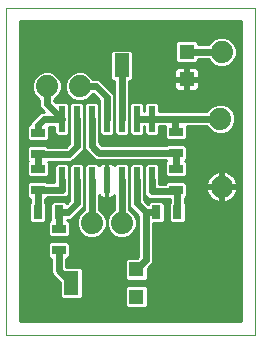
<source format=gtl>
G75*
G70*
%OFA0B0*%
%FSLAX24Y24*%
%IPPOS*%
%LPD*%
%AMOC8*
5,1,8,0,0,1.08239X$1,22.5*
%
%ADD10C,0.0000*%
%ADD11C,0.0740*%
%ADD12R,0.0472X0.0315*%
%ADD13R,0.0236X0.0866*%
%ADD14R,0.0315X0.0472*%
%ADD15R,0.0512X0.0512*%
%ADD16R,0.0512X0.0787*%
%ADD17C,0.0240*%
%ADD18C,0.0100*%
D10*
X001130Y001650D02*
X001130Y012546D01*
X009410Y012546D01*
X009410Y001650D01*
X001130Y001650D01*
D11*
X003980Y005380D03*
X004980Y005380D03*
X008260Y008850D03*
X008310Y011080D03*
X008310Y006590D03*
X003580Y009930D03*
X002480Y009930D03*
D12*
X002180Y008384D03*
X002180Y007676D03*
X002180Y007184D03*
X002180Y006476D03*
X002880Y005184D03*
X002880Y004476D03*
X006780Y006476D03*
X006780Y007184D03*
X006780Y007716D03*
X006780Y008424D03*
D13*
X005980Y008854D03*
X005480Y008854D03*
X004980Y008854D03*
X004480Y008854D03*
X003980Y008854D03*
X003480Y008854D03*
X002980Y008854D03*
X002980Y006806D03*
X003480Y006806D03*
X003980Y006806D03*
X004480Y006806D03*
X004980Y006806D03*
X005480Y006806D03*
X005980Y006806D03*
D14*
X006126Y005730D03*
X006834Y005730D03*
X002884Y005730D03*
X002176Y005730D03*
D15*
X005463Y003833D03*
X005463Y002927D03*
X007143Y010177D03*
X007143Y011083D03*
D16*
X004977Y010630D03*
X003297Y003380D03*
D17*
X002880Y003797D01*
X002880Y004476D01*
X002880Y005184D02*
X002884Y005189D01*
X002884Y005730D01*
X003180Y005730D01*
X003480Y006030D01*
X003480Y006806D01*
X002980Y006806D02*
X002980Y006480D01*
X002180Y006480D01*
X002180Y006476D01*
X002180Y005734D01*
X002176Y005730D01*
X002180Y007184D02*
X002180Y007676D01*
X003226Y007676D01*
X003480Y007930D01*
X003480Y008854D01*
X002980Y008854D02*
X002956Y008830D01*
X002380Y008830D01*
X002180Y008630D01*
X002180Y008384D01*
X002980Y008854D02*
X002480Y009354D01*
X002480Y009930D01*
X003580Y009930D02*
X004130Y009930D01*
X004480Y009580D01*
X004480Y008854D01*
X003980Y008854D02*
X003980Y007960D01*
X004070Y007870D01*
X004070Y007860D01*
X004210Y007720D01*
X006776Y007720D01*
X006780Y007716D01*
X006780Y007184D01*
X006780Y006476D02*
X006834Y006476D01*
X006880Y006430D01*
X005980Y006430D01*
X005980Y006806D01*
X005480Y006806D02*
X005480Y006030D01*
X005780Y005730D01*
X005780Y004150D01*
X005463Y003833D01*
X004980Y005380D02*
X004980Y006806D01*
X003980Y006806D02*
X003980Y005380D01*
X005780Y005730D02*
X006126Y005730D01*
X006834Y005730D02*
X006834Y006421D01*
X006780Y006476D01*
X006780Y008424D02*
X006760Y008424D01*
X006760Y008854D01*
X008256Y008854D01*
X008260Y008850D01*
X006760Y008854D02*
X005980Y008854D01*
X005480Y008854D01*
X004980Y008854D02*
X004980Y010630D01*
X004977Y010630D01*
X007143Y011083D02*
X008307Y011083D01*
X008310Y011080D01*
D18*
X007978Y010705D02*
X007460Y010705D01*
X007452Y010697D02*
X007529Y010773D01*
X007529Y010833D01*
X007871Y010833D01*
X007886Y010797D01*
X008027Y010656D01*
X008211Y010580D01*
X008409Y010580D01*
X008593Y010656D01*
X008734Y010797D01*
X008810Y010981D01*
X008810Y011179D01*
X008734Y011363D01*
X008593Y011504D01*
X008409Y011580D01*
X008211Y011580D01*
X008027Y011504D01*
X007886Y011363D01*
X007873Y011333D01*
X007529Y011333D01*
X007529Y011393D01*
X007452Y011469D01*
X006833Y011469D01*
X006757Y011393D01*
X006757Y010773D01*
X006833Y010697D01*
X007452Y010697D01*
X007418Y010583D02*
X007193Y010583D01*
X007193Y010227D01*
X007549Y010227D01*
X007549Y010453D01*
X007538Y010491D01*
X007519Y010525D01*
X007491Y010553D01*
X007456Y010573D01*
X007418Y010583D01*
X007529Y010508D02*
X008960Y010508D01*
X008960Y010606D02*
X008472Y010606D01*
X008642Y010705D02*
X008960Y010705D01*
X008960Y010803D02*
X008736Y010803D01*
X008777Y010902D02*
X008960Y010902D01*
X008960Y011000D02*
X008810Y011000D01*
X008810Y011099D02*
X008960Y011099D01*
X008960Y011197D02*
X008803Y011197D01*
X008762Y011296D02*
X008960Y011296D01*
X008960Y011394D02*
X008703Y011394D01*
X008605Y011493D02*
X008960Y011493D01*
X008960Y011591D02*
X001580Y011591D01*
X001580Y011493D02*
X008015Y011493D01*
X007917Y011394D02*
X007527Y011394D01*
X007529Y010803D02*
X007884Y010803D01*
X008148Y010606D02*
X005363Y010606D01*
X005363Y010508D02*
X006757Y010508D01*
X006767Y010525D02*
X006747Y010491D01*
X006737Y010453D01*
X006737Y010227D01*
X007093Y010227D01*
X007093Y010127D01*
X007193Y010127D01*
X007193Y010227D01*
X007093Y010227D01*
X007093Y010583D01*
X006867Y010583D01*
X006829Y010573D01*
X006795Y010553D01*
X006767Y010525D01*
X006737Y010409D02*
X005363Y010409D01*
X005363Y010311D02*
X006737Y010311D01*
X006737Y010127D02*
X006737Y009902D01*
X006747Y009863D01*
X006767Y009829D01*
X006795Y009801D01*
X006829Y009782D01*
X006867Y009771D01*
X007093Y009771D01*
X007093Y010127D01*
X006737Y010127D01*
X006737Y010114D02*
X005294Y010114D01*
X005287Y010106D02*
X005363Y010182D01*
X005363Y011078D01*
X005287Y011154D01*
X004668Y011154D01*
X004591Y011078D01*
X004591Y010182D01*
X004668Y010106D01*
X004730Y010106D01*
X004730Y008804D01*
X004730Y009630D01*
X004692Y009722D01*
X004622Y009792D01*
X004272Y010142D01*
X004180Y010180D01*
X004018Y010180D01*
X004004Y010213D01*
X003863Y010354D01*
X003679Y010430D01*
X003481Y010430D01*
X003297Y010354D01*
X003156Y010213D01*
X003080Y010029D01*
X003080Y009831D01*
X003156Y009647D01*
X003297Y009506D01*
X003481Y009430D01*
X003679Y009430D01*
X003863Y009506D01*
X004004Y009647D01*
X004018Y009680D01*
X004026Y009680D01*
X004230Y009476D01*
X004230Y008804D01*
X004232Y008799D01*
X004232Y008367D01*
X004308Y008291D01*
X004652Y008291D01*
X004728Y008367D01*
X004728Y008799D01*
X004730Y008804D01*
X004732Y008799D01*
X004732Y008367D01*
X004808Y008291D01*
X005152Y008291D01*
X005228Y008367D01*
X005228Y008799D01*
X005230Y008804D01*
X005232Y008799D01*
X005232Y008367D01*
X005308Y008291D01*
X005652Y008291D01*
X005728Y008367D01*
X005728Y008604D01*
X005732Y008604D01*
X005732Y008367D01*
X005808Y008291D01*
X006152Y008291D01*
X006228Y008367D01*
X006228Y008604D01*
X006414Y008604D01*
X006414Y008213D01*
X006490Y008137D01*
X007070Y008137D01*
X007146Y008213D01*
X007146Y008604D01*
X007821Y008604D01*
X007836Y008567D01*
X007977Y008426D01*
X008161Y008350D01*
X008359Y008350D01*
X008543Y008426D01*
X008684Y008567D01*
X008760Y008751D01*
X008760Y008949D01*
X008684Y009133D01*
X008543Y009274D01*
X008359Y009350D01*
X008161Y009350D01*
X007977Y009274D01*
X007836Y009133D01*
X007824Y009104D01*
X006228Y009104D01*
X006228Y009341D01*
X006152Y009417D01*
X005808Y009417D01*
X005732Y009341D01*
X005732Y009104D01*
X005728Y009104D01*
X005728Y009341D01*
X005652Y009417D01*
X005308Y009417D01*
X005232Y009341D01*
X005232Y008908D01*
X005230Y008903D01*
X005230Y008804D01*
X005230Y010106D01*
X005287Y010106D01*
X005230Y010015D02*
X006737Y010015D01*
X006737Y009917D02*
X005230Y009917D01*
X005230Y009818D02*
X006778Y009818D01*
X007093Y009818D02*
X007193Y009818D01*
X007193Y009771D02*
X007418Y009771D01*
X007456Y009782D01*
X007491Y009801D01*
X007519Y009829D01*
X007538Y009863D01*
X007549Y009902D01*
X007549Y010127D01*
X007193Y010127D01*
X007193Y009771D01*
X007193Y009917D02*
X007093Y009917D01*
X007093Y010015D02*
X007193Y010015D01*
X007193Y010114D02*
X007093Y010114D01*
X007093Y010212D02*
X005363Y010212D01*
X005363Y010705D02*
X006825Y010705D01*
X006757Y010803D02*
X005363Y010803D01*
X005363Y010902D02*
X006757Y010902D01*
X006757Y011000D02*
X005363Y011000D01*
X005342Y011099D02*
X006757Y011099D01*
X006757Y011197D02*
X001580Y011197D01*
X001580Y011099D02*
X004612Y011099D01*
X004591Y011000D02*
X001580Y011000D01*
X001580Y010902D02*
X004591Y010902D01*
X004591Y010803D02*
X001580Y010803D01*
X001580Y010705D02*
X004591Y010705D01*
X004591Y010606D02*
X001580Y010606D01*
X001580Y010508D02*
X004591Y010508D01*
X004591Y010409D02*
X003730Y010409D01*
X003907Y010311D02*
X004591Y010311D01*
X004591Y010212D02*
X004004Y010212D01*
X004300Y010114D02*
X004660Y010114D01*
X004730Y010015D02*
X004399Y010015D01*
X004497Y009917D02*
X004730Y009917D01*
X004730Y009818D02*
X004596Y009818D01*
X004693Y009720D02*
X004730Y009720D01*
X004730Y009621D02*
X004730Y009621D01*
X004730Y009523D02*
X004730Y009523D01*
X004730Y009424D02*
X004730Y009424D01*
X004730Y009326D02*
X004730Y009326D01*
X004730Y009227D02*
X004730Y009227D01*
X004730Y009129D02*
X004730Y009129D01*
X004730Y009030D02*
X004730Y009030D01*
X004730Y008932D02*
X004730Y008932D01*
X004730Y008833D02*
X004730Y008833D01*
X004728Y008735D02*
X004732Y008735D01*
X004728Y008636D02*
X004732Y008636D01*
X004728Y008538D02*
X004732Y008538D01*
X004728Y008439D02*
X004732Y008439D01*
X004758Y008341D02*
X004702Y008341D01*
X004314Y007970D02*
X004289Y007995D01*
X004282Y008012D01*
X004230Y008064D01*
X004230Y008903D01*
X004228Y008908D01*
X004228Y009341D01*
X004152Y009417D01*
X003808Y009417D01*
X003732Y009341D01*
X003732Y008908D01*
X003730Y008903D01*
X003728Y008908D01*
X003728Y009341D01*
X003652Y009417D01*
X003308Y009417D01*
X003232Y009341D01*
X003232Y008908D01*
X003230Y008903D01*
X003228Y008908D01*
X003228Y009341D01*
X003152Y009417D01*
X002808Y009417D01*
X002789Y009398D01*
X002730Y009457D01*
X002730Y009492D01*
X002763Y009506D01*
X002904Y009647D01*
X002980Y009831D01*
X002980Y010029D01*
X002904Y010213D01*
X002763Y010354D01*
X002579Y010430D01*
X002381Y010430D01*
X002197Y010354D01*
X002056Y010213D01*
X001980Y010029D01*
X001980Y009831D01*
X002056Y009647D01*
X002197Y009506D01*
X002230Y009492D01*
X002230Y009304D01*
X002268Y009212D01*
X002400Y009080D01*
X002330Y009080D01*
X002238Y009042D01*
X002168Y008972D01*
X001968Y008772D01*
X001930Y008680D01*
X001930Y008672D01*
X001890Y008672D01*
X001814Y008596D01*
X001814Y008173D01*
X001890Y008097D01*
X002470Y008097D01*
X002546Y008173D01*
X002546Y008580D01*
X002732Y008580D01*
X002732Y008367D01*
X002808Y008291D01*
X003152Y008291D01*
X003228Y008367D01*
X003228Y008799D01*
X003230Y008804D01*
X003230Y008903D01*
X003230Y008034D01*
X003122Y007926D01*
X002508Y007926D01*
X002470Y007963D01*
X001890Y007963D01*
X001814Y007887D01*
X001814Y007464D01*
X001848Y007430D01*
X001814Y007396D01*
X001814Y006973D01*
X001890Y006897D01*
X002470Y006897D01*
X002546Y006973D01*
X002546Y007396D01*
X002516Y007426D01*
X003275Y007426D01*
X003367Y007464D01*
X003622Y007718D01*
X003692Y007788D01*
X003730Y007880D01*
X003730Y008903D01*
X003730Y007910D01*
X003768Y007818D01*
X003838Y007748D01*
X003838Y007748D01*
X003851Y007735D01*
X003858Y007718D01*
X003998Y007578D01*
X004068Y007508D01*
X004160Y007470D01*
X006448Y007470D01*
X006468Y007450D01*
X006414Y007396D01*
X006414Y006973D01*
X006490Y006897D01*
X007070Y006897D01*
X007146Y006973D01*
X007146Y007396D01*
X007092Y007450D01*
X007146Y007504D01*
X007146Y007927D01*
X007070Y008003D01*
X006490Y008003D01*
X006457Y007970D01*
X004314Y007970D01*
X004249Y008045D02*
X008960Y008045D01*
X008960Y007947D02*
X007127Y007947D01*
X007146Y007848D02*
X008960Y007848D01*
X008960Y007750D02*
X007146Y007750D01*
X007146Y007651D02*
X008960Y007651D01*
X008960Y007553D02*
X007146Y007553D01*
X007096Y007454D02*
X008960Y007454D01*
X008960Y007356D02*
X007146Y007356D01*
X007146Y007257D02*
X008960Y007257D01*
X008960Y007159D02*
X007146Y007159D01*
X007146Y007060D02*
X008087Y007060D01*
X008110Y007072D02*
X008037Y007035D01*
X007971Y006987D01*
X007913Y006929D01*
X007865Y006863D01*
X007828Y006790D01*
X007803Y006712D01*
X007791Y006640D01*
X008260Y006640D01*
X008260Y007109D01*
X008188Y007097D01*
X008110Y007072D01*
X008260Y007060D02*
X008360Y007060D01*
X008360Y007109D02*
X008360Y006640D01*
X008260Y006640D01*
X008260Y006540D01*
X007791Y006540D01*
X007803Y006468D01*
X007828Y006390D01*
X007865Y006317D01*
X007913Y006251D01*
X007971Y006193D01*
X008037Y006145D01*
X008110Y006108D01*
X008188Y006083D01*
X008260Y006071D01*
X008260Y006540D01*
X008360Y006540D01*
X008360Y006640D01*
X008829Y006640D01*
X008817Y006712D01*
X008792Y006790D01*
X008755Y006863D01*
X008707Y006929D01*
X008649Y006987D01*
X008583Y007035D01*
X008510Y007072D01*
X008432Y007097D01*
X008360Y007109D01*
X008360Y006962D02*
X008260Y006962D01*
X008260Y006863D02*
X008360Y006863D01*
X008360Y006765D02*
X008260Y006765D01*
X008260Y006666D02*
X008360Y006666D01*
X008360Y006568D02*
X008960Y006568D01*
X008960Y006666D02*
X008824Y006666D01*
X008800Y006765D02*
X008960Y006765D01*
X008960Y006863D02*
X008754Y006863D01*
X008674Y006962D02*
X008960Y006962D01*
X008960Y007060D02*
X008533Y007060D01*
X008360Y006540D02*
X008829Y006540D01*
X008817Y006468D01*
X008792Y006390D01*
X008755Y006317D01*
X008707Y006251D01*
X008649Y006193D01*
X008583Y006145D01*
X008510Y006108D01*
X008432Y006083D01*
X008360Y006071D01*
X008360Y006540D01*
X008360Y006469D02*
X008260Y006469D01*
X008260Y006371D02*
X008360Y006371D01*
X008360Y006272D02*
X008260Y006272D01*
X008260Y006174D02*
X008360Y006174D01*
X008360Y006075D02*
X008260Y006075D01*
X008237Y006075D02*
X007084Y006075D01*
X007084Y006058D02*
X007084Y006202D01*
X007146Y006264D01*
X007146Y006687D01*
X007070Y006763D01*
X006490Y006763D01*
X006414Y006687D01*
X006414Y006680D01*
X006230Y006680D01*
X006230Y006856D01*
X006228Y006861D01*
X006228Y007293D01*
X006152Y007369D01*
X005808Y007369D01*
X005732Y007293D01*
X005732Y006861D01*
X005730Y006856D01*
X005730Y006380D01*
X005732Y006376D01*
X005732Y006319D01*
X005808Y006243D01*
X005813Y006243D01*
X005838Y006218D01*
X005930Y006180D01*
X006584Y006180D01*
X006584Y006058D01*
X006547Y006020D01*
X006547Y005440D01*
X006623Y005364D01*
X007046Y005364D01*
X007122Y005440D01*
X007122Y006020D01*
X007084Y006058D01*
X007122Y005977D02*
X008960Y005977D01*
X008960Y006075D02*
X008383Y006075D01*
X008621Y006174D02*
X008960Y006174D01*
X008960Y006272D02*
X008722Y006272D01*
X008782Y006371D02*
X008960Y006371D01*
X008960Y006469D02*
X008817Y006469D01*
X008960Y005878D02*
X007122Y005878D01*
X007122Y005780D02*
X008960Y005780D01*
X008960Y005681D02*
X007122Y005681D01*
X007122Y005583D02*
X008960Y005583D01*
X008960Y005484D02*
X007122Y005484D01*
X007067Y005386D02*
X008960Y005386D01*
X008960Y005287D02*
X006030Y005287D01*
X006030Y005364D02*
X006337Y005364D01*
X006413Y005440D01*
X006413Y006020D01*
X006337Y006096D01*
X005914Y006096D01*
X005841Y006023D01*
X005730Y006134D01*
X005730Y006856D01*
X005728Y006861D01*
X005728Y007293D01*
X005652Y007369D01*
X005308Y007369D01*
X005232Y007293D01*
X005232Y006861D01*
X005230Y006856D01*
X005228Y006861D01*
X005228Y007293D01*
X005152Y007369D01*
X004808Y007369D01*
X004737Y007299D01*
X004718Y007332D01*
X004690Y007359D01*
X004656Y007379D01*
X004618Y007389D01*
X004489Y007389D01*
X004489Y006815D01*
X004471Y006815D01*
X004471Y007389D01*
X004342Y007389D01*
X004304Y007379D01*
X004270Y007359D01*
X004242Y007332D01*
X004223Y007299D01*
X004152Y007369D01*
X003808Y007369D01*
X003732Y007293D01*
X003732Y006861D01*
X003730Y006856D01*
X003730Y005818D01*
X003697Y005804D01*
X003556Y005663D01*
X003480Y005479D01*
X003480Y005281D01*
X003556Y005097D01*
X003697Y004956D01*
X003881Y004880D01*
X004079Y004880D01*
X004263Y004956D01*
X004404Y005097D01*
X004480Y005281D01*
X004556Y005097D01*
X004697Y004956D01*
X004881Y004880D01*
X005079Y004880D01*
X005263Y004956D01*
X005404Y005097D01*
X005480Y005281D01*
X005480Y005479D01*
X005404Y005663D01*
X005263Y005804D01*
X005230Y005818D01*
X005230Y006856D01*
X005230Y005980D01*
X005268Y005888D01*
X005530Y005626D01*
X005530Y004254D01*
X005495Y004219D01*
X005153Y004219D01*
X005077Y004143D01*
X005077Y003523D01*
X005153Y003447D01*
X005772Y003447D01*
X005849Y003523D01*
X005849Y003865D01*
X005992Y004008D01*
X006030Y004100D01*
X006030Y005364D01*
X006030Y005189D02*
X008960Y005189D01*
X008960Y005090D02*
X006030Y005090D01*
X006030Y004992D02*
X008960Y004992D01*
X008960Y004893D02*
X006030Y004893D01*
X006030Y004795D02*
X008960Y004795D01*
X008960Y004696D02*
X006030Y004696D01*
X006030Y004598D02*
X008960Y004598D01*
X008960Y004499D02*
X006030Y004499D01*
X006030Y004401D02*
X008960Y004401D01*
X008960Y004302D02*
X006030Y004302D01*
X006030Y004204D02*
X008960Y004204D01*
X008960Y004105D02*
X006030Y004105D01*
X005990Y004007D02*
X008960Y004007D01*
X008960Y003908D02*
X005892Y003908D01*
X005849Y003810D02*
X008960Y003810D01*
X008960Y003711D02*
X005849Y003711D01*
X005849Y003613D02*
X008960Y003613D01*
X008960Y003514D02*
X005840Y003514D01*
X005772Y003313D02*
X005153Y003313D01*
X005077Y003237D01*
X005077Y002617D01*
X005153Y002541D01*
X005772Y002541D01*
X005849Y002617D01*
X005849Y003237D01*
X005772Y003313D01*
X005849Y003219D02*
X008960Y003219D01*
X008960Y003317D02*
X003683Y003317D01*
X003683Y003219D02*
X005077Y003219D01*
X005077Y003120D02*
X003683Y003120D01*
X003683Y003022D02*
X005077Y003022D01*
X005077Y002923D02*
X003674Y002923D01*
X003683Y002932D02*
X003683Y003828D01*
X003607Y003904D01*
X003130Y003904D01*
X003130Y004188D01*
X003170Y004188D01*
X003246Y004264D01*
X003246Y004687D01*
X003170Y004763D01*
X002590Y004763D01*
X002514Y004687D01*
X002514Y004264D01*
X002590Y004188D01*
X002630Y004188D01*
X002630Y003748D01*
X002668Y003656D01*
X002911Y003412D01*
X002911Y002932D01*
X002988Y002856D01*
X003607Y002856D01*
X003683Y002932D01*
X003683Y003416D02*
X008960Y003416D01*
X008960Y003120D02*
X005849Y003120D01*
X005849Y003022D02*
X008960Y003022D01*
X008960Y002923D02*
X005849Y002923D01*
X005849Y002825D02*
X008960Y002825D01*
X008960Y002726D02*
X005849Y002726D01*
X005849Y002628D02*
X008960Y002628D01*
X008960Y002529D02*
X001580Y002529D01*
X001580Y002431D02*
X008960Y002431D01*
X008960Y002332D02*
X001580Y002332D01*
X001580Y002234D02*
X008960Y002234D01*
X008960Y002135D02*
X001580Y002135D01*
X001580Y002100D02*
X001580Y012096D01*
X008960Y012096D01*
X008960Y002100D01*
X001580Y002100D01*
X001580Y002628D02*
X005077Y002628D01*
X005077Y002726D02*
X001580Y002726D01*
X001580Y002825D02*
X005077Y002825D01*
X005086Y003514D02*
X003683Y003514D01*
X003683Y003613D02*
X005077Y003613D01*
X005077Y003711D02*
X003683Y003711D01*
X003683Y003810D02*
X005077Y003810D01*
X005077Y003908D02*
X003130Y003908D01*
X003130Y004007D02*
X005077Y004007D01*
X005077Y004105D02*
X003130Y004105D01*
X003185Y004204D02*
X005138Y004204D01*
X005530Y004302D02*
X003246Y004302D01*
X003246Y004401D02*
X005530Y004401D01*
X005530Y004499D02*
X003246Y004499D01*
X003246Y004598D02*
X005530Y004598D01*
X005530Y004696D02*
X003237Y004696D01*
X003170Y004897D02*
X003246Y004973D01*
X003246Y005396D01*
X003172Y005470D01*
X003172Y005480D01*
X003230Y005480D01*
X003322Y005518D01*
X003622Y005818D01*
X003692Y005888D01*
X003730Y005980D01*
X003730Y006856D01*
X003728Y006861D01*
X003728Y007293D01*
X003652Y007369D01*
X003308Y007369D01*
X003232Y007293D01*
X003232Y006861D01*
X003230Y006856D01*
X003228Y006861D01*
X003228Y007293D01*
X003152Y007369D01*
X002808Y007369D01*
X002732Y007293D01*
X002732Y006861D01*
X002730Y006856D01*
X002730Y006730D01*
X002503Y006730D01*
X002470Y006763D01*
X001890Y006763D01*
X001814Y006687D01*
X001814Y006264D01*
X001890Y006188D01*
X001930Y006188D01*
X001930Y006062D01*
X001888Y006020D01*
X001888Y005440D01*
X001964Y005364D01*
X002387Y005364D01*
X002463Y005440D01*
X002463Y006020D01*
X002430Y006053D01*
X002430Y006188D01*
X002470Y006188D01*
X002512Y006230D01*
X003030Y006230D01*
X003062Y006243D01*
X003152Y006243D01*
X003228Y006319D01*
X003228Y006426D01*
X003230Y006430D01*
X003230Y006856D01*
X003230Y006134D01*
X003144Y006048D01*
X003096Y006096D01*
X002673Y006096D01*
X002597Y006020D01*
X002597Y005472D01*
X002590Y005472D01*
X002514Y005396D01*
X002514Y004973D01*
X002590Y004897D01*
X003170Y004897D01*
X003246Y004992D02*
X003661Y004992D01*
X003563Y005090D02*
X003246Y005090D01*
X003246Y005189D02*
X003518Y005189D01*
X003480Y005287D02*
X003246Y005287D01*
X003246Y005386D02*
X003480Y005386D01*
X003482Y005484D02*
X003239Y005484D01*
X003386Y005583D02*
X003523Y005583D01*
X003485Y005681D02*
X003574Y005681D01*
X003583Y005780D02*
X003672Y005780D01*
X003682Y005878D02*
X003730Y005878D01*
X003728Y005977D02*
X003730Y005977D01*
X003730Y006075D02*
X003730Y006075D01*
X003730Y006174D02*
X003730Y006174D01*
X003730Y006272D02*
X003730Y006272D01*
X003730Y006371D02*
X003730Y006371D01*
X003730Y006469D02*
X003730Y006469D01*
X003730Y006568D02*
X003730Y006568D01*
X003730Y006666D02*
X003730Y006666D01*
X003730Y006765D02*
X003730Y006765D01*
X003728Y006863D02*
X003732Y006863D01*
X003728Y006962D02*
X003732Y006962D01*
X003728Y007060D02*
X003732Y007060D01*
X003728Y007159D02*
X003732Y007159D01*
X003728Y007257D02*
X003732Y007257D01*
X003794Y007356D02*
X003666Y007356D01*
X003456Y007553D02*
X004024Y007553D01*
X003998Y007578D02*
X003998Y007578D01*
X003925Y007651D02*
X003555Y007651D01*
X003653Y007750D02*
X003837Y007750D01*
X003756Y007848D02*
X003717Y007848D01*
X003730Y007947D02*
X003730Y007947D01*
X003730Y008045D02*
X003730Y008045D01*
X003730Y008144D02*
X003730Y008144D01*
X003730Y008242D02*
X003730Y008242D01*
X003730Y008341D02*
X003730Y008341D01*
X003730Y008439D02*
X003730Y008439D01*
X003730Y008538D02*
X003730Y008538D01*
X003730Y008636D02*
X003730Y008636D01*
X003730Y008735D02*
X003730Y008735D01*
X003730Y008833D02*
X003730Y008833D01*
X003728Y008932D02*
X003732Y008932D01*
X003728Y009030D02*
X003732Y009030D01*
X003728Y009129D02*
X003732Y009129D01*
X003728Y009227D02*
X003732Y009227D01*
X003728Y009326D02*
X003732Y009326D01*
X003880Y009523D02*
X004184Y009523D01*
X004230Y009424D02*
X002763Y009424D01*
X002780Y009523D02*
X003280Y009523D01*
X003182Y009621D02*
X002878Y009621D01*
X002934Y009720D02*
X003126Y009720D01*
X003085Y009818D02*
X002975Y009818D01*
X002980Y009917D02*
X003080Y009917D01*
X003080Y010015D02*
X002980Y010015D01*
X002945Y010114D02*
X003115Y010114D01*
X003156Y010212D02*
X002904Y010212D01*
X002807Y010311D02*
X003253Y010311D01*
X003430Y010409D02*
X002630Y010409D01*
X002330Y010409D02*
X001580Y010409D01*
X001580Y010311D02*
X002153Y010311D01*
X002056Y010212D02*
X001580Y010212D01*
X001580Y010114D02*
X002015Y010114D01*
X001980Y010015D02*
X001580Y010015D01*
X001580Y009917D02*
X001980Y009917D01*
X001985Y009818D02*
X001580Y009818D01*
X001580Y009720D02*
X002026Y009720D01*
X002082Y009621D02*
X001580Y009621D01*
X001580Y009523D02*
X002180Y009523D01*
X002230Y009424D02*
X001580Y009424D01*
X001580Y009326D02*
X002230Y009326D01*
X002262Y009227D02*
X001580Y009227D01*
X001580Y009129D02*
X002352Y009129D01*
X002226Y009030D02*
X001580Y009030D01*
X001580Y008932D02*
X002128Y008932D01*
X002029Y008833D02*
X001580Y008833D01*
X001580Y008735D02*
X001953Y008735D01*
X001854Y008636D02*
X001580Y008636D01*
X001580Y008538D02*
X001814Y008538D01*
X001814Y008439D02*
X001580Y008439D01*
X001580Y008341D02*
X001814Y008341D01*
X001814Y008242D02*
X001580Y008242D01*
X001580Y008144D02*
X001843Y008144D01*
X001873Y007947D02*
X001580Y007947D01*
X001580Y008045D02*
X003230Y008045D01*
X003230Y008144D02*
X002517Y008144D01*
X002546Y008242D02*
X003230Y008242D01*
X003230Y008341D02*
X003202Y008341D01*
X003228Y008439D02*
X003230Y008439D01*
X003228Y008538D02*
X003230Y008538D01*
X003228Y008636D02*
X003230Y008636D01*
X003228Y008735D02*
X003230Y008735D01*
X003230Y008833D02*
X003230Y008833D01*
X003228Y008932D02*
X003232Y008932D01*
X003228Y009030D02*
X003232Y009030D01*
X003228Y009129D02*
X003232Y009129D01*
X003228Y009227D02*
X003232Y009227D01*
X003228Y009326D02*
X003232Y009326D01*
X002732Y008538D02*
X002546Y008538D01*
X002546Y008439D02*
X002732Y008439D01*
X002758Y008341D02*
X002546Y008341D01*
X002487Y007947D02*
X003143Y007947D01*
X003344Y007454D02*
X006464Y007454D01*
X006414Y007356D02*
X006166Y007356D01*
X006228Y007257D02*
X006414Y007257D01*
X006414Y007159D02*
X006228Y007159D01*
X006228Y007060D02*
X006414Y007060D01*
X006425Y006962D02*
X006228Y006962D01*
X006228Y006863D02*
X007866Y006863D01*
X007820Y006765D02*
X006230Y006765D01*
X005730Y006765D02*
X005730Y006765D01*
X005728Y006863D02*
X005732Y006863D01*
X005728Y006962D02*
X005732Y006962D01*
X005728Y007060D02*
X005732Y007060D01*
X005728Y007159D02*
X005732Y007159D01*
X005728Y007257D02*
X005732Y007257D01*
X005794Y007356D02*
X005666Y007356D01*
X005294Y007356D02*
X005166Y007356D01*
X005228Y007257D02*
X005232Y007257D01*
X005228Y007159D02*
X005232Y007159D01*
X005228Y007060D02*
X005232Y007060D01*
X005228Y006962D02*
X005232Y006962D01*
X005228Y006863D02*
X005232Y006863D01*
X005230Y006765D02*
X005230Y006765D01*
X005230Y006666D02*
X005230Y006666D01*
X005230Y006568D02*
X005230Y006568D01*
X005230Y006469D02*
X005230Y006469D01*
X005230Y006371D02*
X005230Y006371D01*
X005230Y006272D02*
X005230Y006272D01*
X005230Y006174D02*
X005230Y006174D01*
X005230Y006075D02*
X005230Y006075D01*
X005230Y005977D02*
X005232Y005977D01*
X005230Y005878D02*
X005278Y005878D01*
X005288Y005780D02*
X005377Y005780D01*
X005386Y005681D02*
X005475Y005681D01*
X005437Y005583D02*
X005530Y005583D01*
X005530Y005484D02*
X005478Y005484D01*
X005480Y005386D02*
X005530Y005386D01*
X005530Y005287D02*
X005480Y005287D01*
X005442Y005189D02*
X005530Y005189D01*
X005530Y005090D02*
X005397Y005090D01*
X005299Y004992D02*
X005530Y004992D01*
X005530Y004893D02*
X005111Y004893D01*
X004849Y004893D02*
X004111Y004893D01*
X004299Y004992D02*
X004661Y004992D01*
X004563Y005090D02*
X004397Y005090D01*
X004442Y005189D02*
X004518Y005189D01*
X004480Y005281D02*
X004480Y005479D01*
X004556Y005663D01*
X004697Y005804D01*
X004730Y005818D01*
X004730Y006302D01*
X004718Y006281D01*
X004690Y006253D01*
X004656Y006234D01*
X004618Y006223D01*
X004489Y006223D01*
X004489Y006797D01*
X004471Y006797D01*
X004471Y006223D01*
X004342Y006223D01*
X004304Y006234D01*
X004270Y006253D01*
X004242Y006281D01*
X004230Y006302D01*
X004230Y005818D01*
X004263Y005804D01*
X004404Y005663D01*
X004480Y005479D01*
X004480Y005281D01*
X004480Y005287D02*
X004480Y005287D01*
X004480Y005386D02*
X004480Y005386D01*
X004478Y005484D02*
X004482Y005484D01*
X004523Y005583D02*
X004437Y005583D01*
X004386Y005681D02*
X004574Y005681D01*
X004672Y005780D02*
X004288Y005780D01*
X004230Y005878D02*
X004730Y005878D01*
X004730Y005977D02*
X004230Y005977D01*
X004230Y006075D02*
X004730Y006075D01*
X004730Y006174D02*
X004230Y006174D01*
X004230Y006272D02*
X004251Y006272D01*
X004471Y006272D02*
X004489Y006272D01*
X004489Y006371D02*
X004471Y006371D01*
X004471Y006469D02*
X004489Y006469D01*
X004489Y006568D02*
X004471Y006568D01*
X004471Y006666D02*
X004489Y006666D01*
X004489Y006765D02*
X004471Y006765D01*
X004471Y006863D02*
X004489Y006863D01*
X004489Y006962D02*
X004471Y006962D01*
X004471Y007060D02*
X004489Y007060D01*
X004489Y007159D02*
X004471Y007159D01*
X004471Y007257D02*
X004489Y007257D01*
X004489Y007356D02*
X004471Y007356D01*
X004266Y007356D02*
X004166Y007356D01*
X004694Y007356D02*
X004794Y007356D01*
X004230Y008144D02*
X006483Y008144D01*
X006414Y008242D02*
X004230Y008242D01*
X004230Y008341D02*
X004258Y008341D01*
X004230Y008439D02*
X004232Y008439D01*
X004230Y008538D02*
X004232Y008538D01*
X004230Y008636D02*
X004232Y008636D01*
X004230Y008735D02*
X004232Y008735D01*
X004230Y008833D02*
X004230Y008833D01*
X004228Y008932D02*
X004230Y008932D01*
X004228Y009030D02*
X004230Y009030D01*
X004228Y009129D02*
X004230Y009129D01*
X004228Y009227D02*
X004230Y009227D01*
X004228Y009326D02*
X004230Y009326D01*
X004085Y009621D02*
X003978Y009621D01*
X005230Y009621D02*
X008960Y009621D01*
X008960Y009523D02*
X005230Y009523D01*
X005230Y009424D02*
X008960Y009424D01*
X008960Y009326D02*
X008418Y009326D01*
X008590Y009227D02*
X008960Y009227D01*
X008960Y009129D02*
X008686Y009129D01*
X008727Y009030D02*
X008960Y009030D01*
X008960Y008932D02*
X008760Y008932D01*
X008760Y008833D02*
X008960Y008833D01*
X008960Y008735D02*
X008753Y008735D01*
X008713Y008636D02*
X008960Y008636D01*
X008960Y008538D02*
X008655Y008538D01*
X008556Y008439D02*
X008960Y008439D01*
X008960Y008341D02*
X007146Y008341D01*
X007146Y008439D02*
X007964Y008439D01*
X007865Y008538D02*
X007146Y008538D01*
X007146Y008242D02*
X008960Y008242D01*
X008960Y008144D02*
X007077Y008144D01*
X006414Y008341D02*
X006202Y008341D01*
X006228Y008439D02*
X006414Y008439D01*
X006414Y008538D02*
X006228Y008538D01*
X005732Y008538D02*
X005728Y008538D01*
X005728Y008439D02*
X005732Y008439D01*
X005758Y008341D02*
X005702Y008341D01*
X005258Y008341D02*
X005202Y008341D01*
X005228Y008439D02*
X005232Y008439D01*
X005228Y008538D02*
X005232Y008538D01*
X005228Y008636D02*
X005232Y008636D01*
X005228Y008735D02*
X005232Y008735D01*
X005230Y008833D02*
X005230Y008833D01*
X005230Y008932D02*
X005232Y008932D01*
X005230Y009030D02*
X005232Y009030D01*
X005230Y009129D02*
X005232Y009129D01*
X005230Y009227D02*
X005232Y009227D01*
X005230Y009326D02*
X005232Y009326D01*
X005230Y009720D02*
X008960Y009720D01*
X008960Y009818D02*
X007507Y009818D01*
X007549Y009917D02*
X008960Y009917D01*
X008960Y010015D02*
X007549Y010015D01*
X007549Y010114D02*
X008960Y010114D01*
X008960Y010212D02*
X007193Y010212D01*
X007193Y010311D02*
X007093Y010311D01*
X007093Y010409D02*
X007193Y010409D01*
X007193Y010508D02*
X007093Y010508D01*
X007549Y010409D02*
X008960Y010409D01*
X008960Y010311D02*
X007549Y010311D01*
X008102Y009326D02*
X006228Y009326D01*
X006228Y009227D02*
X007930Y009227D01*
X007834Y009129D02*
X006228Y009129D01*
X005732Y009129D02*
X005728Y009129D01*
X005728Y009227D02*
X005732Y009227D01*
X005728Y009326D02*
X005732Y009326D01*
X006757Y011296D02*
X001580Y011296D01*
X001580Y011394D02*
X006758Y011394D01*
X008960Y011690D02*
X001580Y011690D01*
X001580Y011788D02*
X008960Y011788D01*
X008960Y011887D02*
X001580Y011887D01*
X001580Y011985D02*
X008960Y011985D01*
X008960Y012084D02*
X001580Y012084D01*
X001580Y007848D02*
X001814Y007848D01*
X001814Y007750D02*
X001580Y007750D01*
X001580Y007651D02*
X001814Y007651D01*
X001814Y007553D02*
X001580Y007553D01*
X001580Y007454D02*
X001824Y007454D01*
X001814Y007356D02*
X001580Y007356D01*
X001580Y007257D02*
X001814Y007257D01*
X001814Y007159D02*
X001580Y007159D01*
X001580Y007060D02*
X001814Y007060D01*
X001825Y006962D02*
X001580Y006962D01*
X001580Y006863D02*
X002732Y006863D01*
X002730Y006765D02*
X001580Y006765D01*
X001580Y006666D02*
X001814Y006666D01*
X001814Y006568D02*
X001580Y006568D01*
X001580Y006469D02*
X001814Y006469D01*
X001814Y006371D02*
X001580Y006371D01*
X001580Y006272D02*
X001814Y006272D01*
X001930Y006174D02*
X001580Y006174D01*
X001580Y006075D02*
X001930Y006075D01*
X001888Y005977D02*
X001580Y005977D01*
X001580Y005878D02*
X001888Y005878D01*
X001888Y005780D02*
X001580Y005780D01*
X001580Y005681D02*
X001888Y005681D01*
X001888Y005583D02*
X001580Y005583D01*
X001580Y005484D02*
X001888Y005484D01*
X001943Y005386D02*
X001580Y005386D01*
X001580Y005287D02*
X002514Y005287D01*
X002514Y005189D02*
X001580Y005189D01*
X001580Y005090D02*
X002514Y005090D01*
X002514Y004992D02*
X001580Y004992D01*
X001580Y004893D02*
X003849Y004893D01*
X003171Y006075D02*
X003117Y006075D01*
X003230Y006174D02*
X002430Y006174D01*
X002430Y006075D02*
X002652Y006075D01*
X002597Y005977D02*
X002463Y005977D01*
X002463Y005878D02*
X002597Y005878D01*
X002597Y005780D02*
X002463Y005780D01*
X002463Y005681D02*
X002597Y005681D01*
X002597Y005583D02*
X002463Y005583D01*
X002463Y005484D02*
X002597Y005484D01*
X002514Y005386D02*
X002409Y005386D01*
X002176Y005730D02*
X002180Y005884D01*
X002180Y006476D02*
X002226Y006476D01*
X002535Y006962D02*
X002732Y006962D01*
X002732Y007060D02*
X002546Y007060D01*
X002546Y007159D02*
X002732Y007159D01*
X002732Y007257D02*
X002546Y007257D01*
X002546Y007356D02*
X002794Y007356D01*
X003166Y007356D02*
X003294Y007356D01*
X003232Y007257D02*
X003228Y007257D01*
X003228Y007159D02*
X003232Y007159D01*
X003228Y007060D02*
X003232Y007060D01*
X003228Y006962D02*
X003232Y006962D01*
X003228Y006863D02*
X003232Y006863D01*
X003230Y006765D02*
X003230Y006765D01*
X003230Y006666D02*
X003230Y006666D01*
X003230Y006568D02*
X003230Y006568D01*
X003230Y006469D02*
X003230Y006469D01*
X003228Y006371D02*
X003230Y006371D01*
X003230Y006272D02*
X003181Y006272D01*
X002523Y004696D02*
X001580Y004696D01*
X001580Y004598D02*
X002514Y004598D01*
X002514Y004499D02*
X001580Y004499D01*
X001580Y004401D02*
X002514Y004401D01*
X002514Y004302D02*
X001580Y004302D01*
X001580Y004204D02*
X002575Y004204D01*
X002630Y004105D02*
X001580Y004105D01*
X001580Y004007D02*
X002630Y004007D01*
X002630Y003908D02*
X001580Y003908D01*
X001580Y003810D02*
X002630Y003810D01*
X002645Y003711D02*
X001580Y003711D01*
X001580Y003613D02*
X002711Y003613D01*
X002810Y003514D02*
X001580Y003514D01*
X001580Y003416D02*
X002908Y003416D01*
X002911Y003317D02*
X001580Y003317D01*
X001580Y003219D02*
X002911Y003219D01*
X002911Y003120D02*
X001580Y003120D01*
X001580Y003022D02*
X002911Y003022D01*
X002921Y002923D02*
X001580Y002923D01*
X001580Y004795D02*
X005530Y004795D01*
X006359Y005386D02*
X006601Y005386D01*
X006547Y005484D02*
X006413Y005484D01*
X006413Y005583D02*
X006547Y005583D01*
X006547Y005681D02*
X006413Y005681D01*
X006413Y005780D02*
X006547Y005780D01*
X006547Y005878D02*
X006413Y005878D01*
X006413Y005977D02*
X006547Y005977D01*
X006584Y006075D02*
X006358Y006075D01*
X006584Y006174D02*
X005730Y006174D01*
X005730Y006272D02*
X005779Y006272D01*
X005732Y006371D02*
X005730Y006371D01*
X005730Y006469D02*
X005730Y006469D01*
X005730Y006568D02*
X005730Y006568D01*
X005730Y006666D02*
X005730Y006666D01*
X005789Y006075D02*
X005893Y006075D01*
X004730Y006272D02*
X004709Y006272D01*
X007084Y006174D02*
X007999Y006174D01*
X007898Y006272D02*
X007146Y006272D01*
X007146Y006371D02*
X007838Y006371D01*
X007803Y006469D02*
X007146Y006469D01*
X007146Y006568D02*
X008260Y006568D01*
X007946Y006962D02*
X007135Y006962D01*
X007146Y006666D02*
X007796Y006666D01*
M02*

</source>
